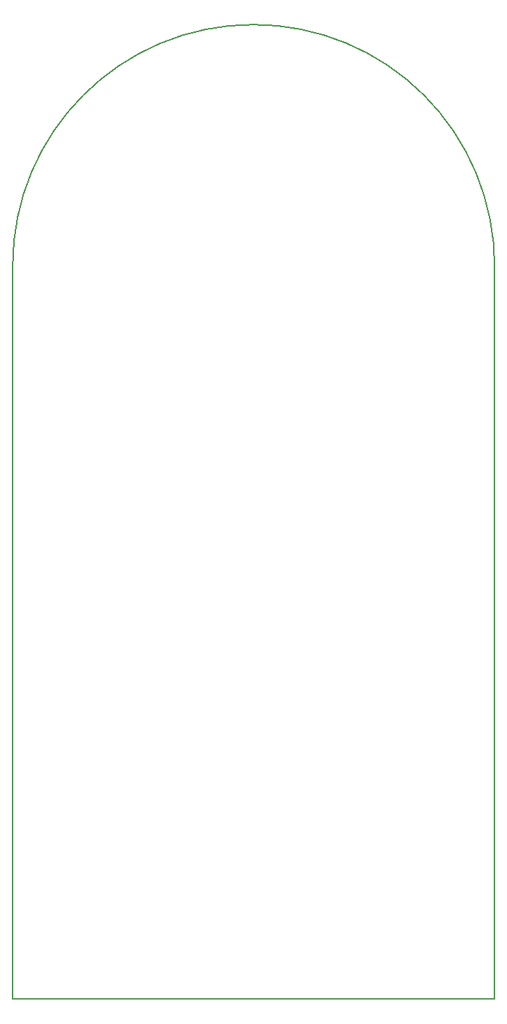
<source format=gko>
G04 #@! TF.FileFunction,Profile,NP*
%FSLAX46Y46*%
G04 Gerber Fmt 4.6, Leading zero omitted, Abs format (unit mm)*
G04 Created by KiCad (PCBNEW 4.0.7) date 07/15/18 14:57:06*
%MOMM*%
%LPD*%
G01*
G04 APERTURE LIST*
%ADD10C,0.100000*%
%ADD11C,0.150000*%
G04 APERTURE END LIST*
D10*
D11*
X176530000Y-163068000D02*
X176530000Y-74168000D01*
X118110000Y-163068000D02*
X176530000Y-163068000D01*
X118110000Y-74168000D02*
X118110000Y-163068000D01*
X176530000Y-74168000D02*
G75*
G03X147320000Y-44958000I-29210000J0D01*
G01*
X147320000Y-44958000D02*
G75*
G03X118110000Y-74168000I0J-29210000D01*
G01*
M02*

</source>
